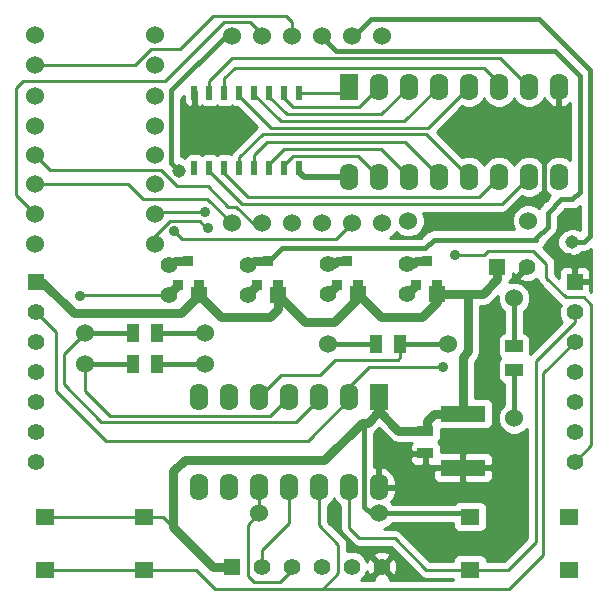
<source format=gtl>
G04 (created by PCBNEW-RS274X (2011-05-25)-stable) date Sun 14 Oct 2012 04:31:26 PM CDT*
G01*
G70*
G90*
%MOIN*%
G04 Gerber Fmt 3.4, Leading zero omitted, Abs format*
%FSLAX34Y34*%
G04 APERTURE LIST*
%ADD10C,0.006000*%
%ADD11R,0.036000X0.036000*%
%ADD12R,0.020000X0.045000*%
%ADD13R,0.055000X0.055000*%
%ADD14C,0.055000*%
%ADD15R,0.062000X0.090000*%
%ADD16O,0.062000X0.090000*%
%ADD17R,0.150000X0.055000*%
%ADD18C,0.060000*%
%ADD19R,0.063000X0.055100*%
%ADD20R,0.055000X0.035000*%
%ADD21R,0.040000X0.060000*%
%ADD22R,0.060000X0.040000*%
%ADD23C,0.035000*%
%ADD24C,0.045000*%
%ADD25C,0.010000*%
%ADD26C,0.018000*%
%ADD27C,0.030000*%
%ADD28C,0.015000*%
%ADD29C,0.020000*%
G04 APERTURE END LIST*
G54D10*
G54D11*
X06250Y-09100D03*
X05550Y-09100D03*
X05900Y-08300D03*
X08900Y-09100D03*
X08200Y-09100D03*
X08550Y-08300D03*
X11550Y-09100D03*
X10850Y-09100D03*
X11200Y-08300D03*
X14200Y-09100D03*
X13500Y-09100D03*
X13850Y-08300D03*
G54D12*
X09600Y-05200D03*
X08600Y-05200D03*
X08100Y-05200D03*
X07600Y-05200D03*
X07100Y-05200D03*
X06600Y-05200D03*
X06100Y-05200D03*
X06100Y-02700D03*
X06600Y-02700D03*
X07100Y-02700D03*
X07600Y-02700D03*
X08100Y-02700D03*
X08600Y-02700D03*
X09100Y-02700D03*
X09600Y-02700D03*
X09100Y-05200D03*
G54D13*
X16200Y-08500D03*
G54D14*
X17200Y-08500D03*
G54D15*
X12250Y-12850D03*
G54D16*
X11250Y-12850D03*
X10250Y-12850D03*
X09250Y-12850D03*
X08250Y-12850D03*
X07250Y-12850D03*
X06250Y-12850D03*
X06250Y-15850D03*
X07250Y-15850D03*
X08250Y-15850D03*
X09250Y-15850D03*
X10250Y-15850D03*
X11250Y-15850D03*
X12250Y-15850D03*
G54D17*
X15050Y-13400D03*
X15050Y-15200D03*
G54D18*
X07343Y-07062D03*
X08343Y-07062D03*
X09343Y-07062D03*
X10343Y-07062D03*
X11343Y-07062D03*
X12343Y-07062D03*
X07343Y-00812D03*
X08343Y-00812D03*
X09343Y-00812D03*
X10343Y-00812D03*
X11343Y-00812D03*
X12343Y-00812D03*
X13225Y-06975D03*
X17225Y-06975D03*
X12250Y-16725D03*
X08250Y-16725D03*
G54D19*
X18583Y-16831D03*
X15275Y-16831D03*
X18583Y-18603D03*
X15275Y-18603D03*
X04410Y-16831D03*
X01102Y-16831D03*
X04410Y-18603D03*
X01102Y-18603D03*
G54D13*
X00825Y-09000D03*
G54D14*
X00825Y-10000D03*
X00825Y-11000D03*
X00825Y-12000D03*
X00825Y-13000D03*
X00825Y-14000D03*
X00825Y-15000D03*
G54D13*
X18775Y-09000D03*
G54D14*
X18775Y-10000D03*
X18775Y-11000D03*
X18775Y-12000D03*
X18775Y-13000D03*
X18775Y-14000D03*
X18775Y-15000D03*
G54D20*
X13800Y-13975D03*
X13800Y-14725D03*
G54D13*
X07343Y-18504D03*
G54D14*
X08343Y-18504D03*
X09343Y-18504D03*
X10343Y-18504D03*
X11343Y-18504D03*
X12343Y-18504D03*
G54D18*
X06450Y-10700D03*
X02450Y-10700D03*
G54D21*
X04850Y-10700D03*
X04050Y-10700D03*
G54D18*
X06450Y-11750D03*
X02450Y-11750D03*
G54D21*
X04850Y-11750D03*
X04050Y-11750D03*
G54D18*
X10550Y-11075D03*
X14550Y-11075D03*
G54D21*
X12150Y-11075D03*
X12950Y-11075D03*
G54D18*
X16750Y-09550D03*
X16750Y-13550D03*
G54D22*
X16750Y-11150D03*
X16750Y-11950D03*
G54D13*
X06250Y-09450D03*
G54D14*
X05250Y-09450D03*
X05250Y-08450D03*
G54D13*
X08900Y-09450D03*
G54D14*
X07900Y-09450D03*
X07900Y-08450D03*
G54D13*
X11550Y-09400D03*
G54D14*
X10550Y-09400D03*
X10550Y-08400D03*
G54D13*
X14200Y-09400D03*
G54D14*
X13200Y-09400D03*
X13200Y-08400D03*
G54D15*
X11250Y-02500D03*
G54D16*
X12250Y-02500D03*
X13250Y-02500D03*
X14250Y-02500D03*
X15250Y-02500D03*
X16250Y-02500D03*
X17250Y-02500D03*
X18250Y-02500D03*
X18250Y-05500D03*
X17250Y-05500D03*
X16250Y-05500D03*
X15250Y-05500D03*
X14250Y-05500D03*
X13250Y-05500D03*
X12250Y-05500D03*
X11250Y-05500D03*
G54D18*
X00775Y-06750D03*
X04775Y-06750D03*
X00800Y-02800D03*
X04800Y-02800D03*
X00800Y-03800D03*
X04800Y-03800D03*
X00775Y-04775D03*
X04775Y-04775D03*
X00800Y-05750D03*
X04800Y-05750D03*
X00789Y-01775D03*
X04789Y-01775D03*
X00775Y-00775D03*
X04775Y-00775D03*
X00800Y-07750D03*
X04800Y-07750D03*
G54D23*
X06450Y-06675D03*
G54D24*
X05575Y-05300D03*
X18675Y-07675D03*
G54D23*
X14800Y-08100D03*
X06550Y-07200D03*
X14400Y-11850D03*
G54D24*
X15875Y-11150D03*
X15325Y-16100D03*
X13300Y-16125D03*
X17750Y-06175D03*
X18525Y-07125D03*
G54D23*
X07100Y-04600D03*
X05425Y-07325D03*
X02275Y-09475D03*
G54D25*
X06450Y-06675D02*
X04850Y-06675D01*
X04850Y-06675D02*
X04775Y-06750D01*
X09100Y-05200D02*
X09100Y-05100D01*
X11550Y-04800D02*
X12250Y-05500D01*
X09400Y-04800D02*
X11550Y-04800D01*
X09100Y-05100D02*
X09400Y-04800D01*
G54D26*
X07343Y-00812D02*
X07138Y-00812D01*
X05325Y-02775D02*
X05325Y-05050D01*
X05325Y-05050D02*
X05575Y-05300D01*
X05325Y-02625D02*
X05325Y-02775D01*
X07138Y-00812D02*
X05325Y-02625D01*
G54D27*
X05250Y-08450D02*
X05300Y-08450D01*
X05300Y-08450D02*
X05450Y-08300D01*
X05450Y-08300D02*
X05900Y-08300D01*
G54D26*
X17500Y-07600D02*
X17500Y-07550D01*
X17350Y-07600D02*
X17500Y-07600D01*
X18700Y-06250D02*
X18950Y-06000D01*
X18325Y-06250D02*
X18700Y-06250D01*
X17875Y-06700D02*
X18325Y-06250D01*
X17875Y-07175D02*
X17875Y-06700D01*
X17500Y-07550D02*
X17875Y-07175D01*
X18950Y-06000D02*
X18950Y-02150D01*
X10343Y-00843D02*
X10343Y-00812D01*
X10808Y-01308D02*
X10343Y-00843D01*
X18108Y-01308D02*
X10808Y-01308D01*
X18950Y-02150D02*
X18108Y-01308D01*
X13800Y-07875D02*
X14075Y-07600D01*
X14075Y-07600D02*
X17350Y-07600D01*
X17350Y-07600D02*
X17375Y-07600D01*
X09025Y-07875D02*
X13800Y-07875D01*
X08550Y-08300D02*
X08600Y-08300D01*
X08600Y-08300D02*
X09025Y-07875D01*
X09025Y-07875D02*
X09025Y-07875D01*
G54D27*
X07900Y-08450D02*
X07950Y-08450D01*
X08100Y-08300D02*
X08550Y-08300D01*
X07950Y-08450D02*
X08100Y-08300D01*
G54D26*
X19300Y-07075D02*
X19300Y-07475D01*
X11413Y-00812D02*
X11975Y-00250D01*
X11975Y-00250D02*
X17600Y-00250D01*
X17600Y-00250D02*
X19300Y-01950D01*
X19300Y-01950D02*
X19300Y-06850D01*
X11343Y-00812D02*
X11413Y-00812D01*
X19300Y-07075D02*
X19300Y-06850D01*
X19100Y-07675D02*
X18675Y-07675D01*
X19300Y-07475D02*
X19100Y-07675D01*
X18675Y-07675D02*
X18775Y-07600D01*
G54D27*
X10550Y-08400D02*
X10750Y-08400D01*
X10850Y-08300D02*
X11200Y-08300D01*
X10750Y-08400D02*
X10850Y-08300D01*
X13200Y-08400D02*
X13400Y-08400D01*
X13500Y-08300D02*
X13850Y-08300D01*
X13400Y-08400D02*
X13500Y-08300D01*
G54D25*
X09600Y-02700D02*
X11050Y-02700D01*
X11050Y-02700D02*
X11250Y-02500D01*
X09100Y-02700D02*
X09100Y-02875D01*
X11575Y-03175D02*
X12250Y-02500D01*
X09400Y-03175D02*
X11575Y-03175D01*
X09100Y-02875D02*
X09400Y-03175D01*
X06600Y-05200D02*
X06600Y-05300D01*
X16350Y-06400D02*
X17250Y-05500D01*
X07700Y-06400D02*
X16350Y-06400D01*
X06600Y-05300D02*
X07700Y-06400D01*
X08600Y-02700D02*
X08600Y-02850D01*
X12325Y-03425D02*
X13250Y-02500D01*
X09175Y-03425D02*
X12325Y-03425D01*
X08600Y-02850D02*
X09175Y-03425D01*
X18475Y-09525D02*
X19075Y-09525D01*
X17825Y-08875D02*
X18475Y-09525D01*
X14800Y-08100D02*
X15750Y-08100D01*
X19325Y-14450D02*
X18775Y-15000D01*
X15750Y-08100D02*
X15875Y-07975D01*
X15875Y-07975D02*
X17400Y-07975D01*
X17400Y-07975D02*
X17825Y-08400D01*
X17825Y-08400D02*
X17825Y-08875D01*
X19325Y-09775D02*
X19325Y-14450D01*
X19075Y-09525D02*
X19325Y-09775D01*
X08600Y-05200D02*
X08600Y-05075D01*
X08600Y-05075D02*
X09100Y-04575D01*
X09100Y-04575D02*
X12325Y-04575D01*
X12325Y-04575D02*
X13250Y-05500D01*
X10250Y-12850D02*
X10250Y-12900D01*
X01750Y-11400D02*
X02450Y-10700D01*
X01750Y-12425D02*
X01750Y-11400D01*
X03000Y-13675D02*
X01750Y-12425D01*
X09475Y-13675D02*
X03000Y-13675D01*
X10250Y-12900D02*
X09475Y-13675D01*
G54D28*
X04050Y-10700D02*
X02450Y-10700D01*
G54D25*
X02450Y-11750D02*
X02450Y-12650D01*
X08627Y-13473D02*
X09250Y-12850D01*
X03273Y-13473D02*
X08627Y-13473D01*
X02450Y-12650D02*
X03273Y-13473D01*
G54D28*
X02450Y-11750D02*
X04050Y-11750D01*
G54D25*
X12950Y-11075D02*
X12950Y-11525D01*
X09000Y-12100D02*
X08250Y-12850D01*
X10300Y-12100D02*
X09000Y-12100D01*
X10800Y-11600D02*
X10300Y-12100D01*
X12875Y-11600D02*
X10800Y-11600D01*
X12950Y-11525D02*
X12875Y-11600D01*
G54D28*
X12950Y-11075D02*
X14550Y-11075D01*
X16750Y-11950D02*
X16750Y-13550D01*
G54D25*
X04800Y-07475D02*
X05300Y-06975D01*
X05300Y-06975D02*
X06275Y-06975D01*
X06275Y-06975D02*
X06500Y-07200D01*
X06500Y-07200D02*
X06550Y-07200D01*
X04800Y-07475D02*
X04800Y-07750D01*
X06600Y-02700D02*
X06600Y-02300D01*
X06600Y-02300D02*
X07350Y-01550D01*
X07350Y-01550D02*
X16300Y-01550D01*
X16300Y-01550D02*
X17250Y-02500D01*
X08100Y-02700D02*
X08100Y-02775D01*
X08100Y-02775D02*
X08975Y-03650D01*
X08975Y-03650D02*
X13100Y-03650D01*
X13100Y-03650D02*
X14250Y-02500D01*
X14250Y-05500D02*
X14250Y-05475D01*
X08100Y-04775D02*
X08100Y-05200D01*
X08525Y-04350D02*
X08100Y-04775D01*
X13125Y-04350D02*
X08525Y-04350D01*
X14250Y-05475D02*
X13125Y-04350D01*
X07600Y-02700D02*
X07600Y-02825D01*
X07600Y-02825D02*
X08650Y-03875D01*
X08650Y-03875D02*
X13875Y-03875D01*
X13875Y-03875D02*
X15250Y-02500D01*
X16250Y-02500D02*
X16250Y-02375D01*
X16250Y-02375D02*
X15750Y-01875D01*
X15750Y-01875D02*
X07450Y-01875D01*
X07450Y-01875D02*
X07100Y-02225D01*
X07100Y-02225D02*
X07100Y-02700D01*
X11250Y-12850D02*
X11250Y-12525D01*
X11925Y-11850D02*
X14400Y-11850D01*
X11250Y-12525D02*
X11925Y-11850D01*
X11250Y-12850D02*
X11250Y-12925D01*
X01500Y-10675D02*
X00825Y-10000D01*
X01500Y-12650D02*
X01500Y-10675D01*
X03150Y-14300D02*
X01500Y-12650D01*
X09875Y-14300D02*
X03150Y-14300D01*
X11250Y-12925D02*
X09875Y-14300D01*
X07600Y-05200D02*
X07600Y-04850D01*
X07600Y-04850D02*
X08373Y-04077D01*
X08373Y-04077D02*
X13827Y-04077D01*
X13827Y-04077D02*
X15250Y-05500D01*
X18775Y-10000D02*
X18775Y-10350D01*
X16547Y-18603D02*
X15275Y-18603D01*
X17475Y-17675D02*
X16547Y-18603D01*
X17475Y-11650D02*
X17475Y-17675D01*
X18775Y-10350D02*
X17475Y-11650D01*
X15275Y-18603D02*
X13828Y-18603D01*
X11250Y-17200D02*
X11250Y-15850D01*
X11600Y-17550D02*
X11250Y-17200D01*
X12775Y-17550D02*
X11600Y-17550D01*
X13828Y-18603D02*
X12775Y-17550D01*
X01102Y-18603D02*
X04410Y-18603D01*
X10375Y-19250D02*
X16575Y-19250D01*
X17725Y-12050D02*
X18775Y-11000D01*
X17725Y-18100D02*
X17725Y-12050D01*
X16575Y-19250D02*
X17725Y-18100D01*
X06150Y-18603D02*
X06153Y-18603D01*
X06153Y-18603D02*
X06800Y-19250D01*
X10250Y-17125D02*
X10250Y-15850D01*
X10900Y-17775D02*
X10250Y-17125D01*
X10900Y-18725D02*
X10900Y-17775D01*
X10375Y-19250D02*
X10900Y-18725D01*
X06800Y-19250D02*
X10375Y-19250D01*
X04410Y-18603D02*
X06150Y-18603D01*
X08250Y-16725D02*
X08250Y-15850D01*
X09343Y-18504D02*
X09343Y-18607D01*
X07875Y-17100D02*
X08250Y-16725D01*
X07875Y-18800D02*
X07875Y-17100D01*
X08075Y-19000D02*
X07875Y-18800D01*
X08950Y-19000D02*
X08075Y-19000D01*
X09343Y-18607D02*
X08950Y-19000D01*
X07900Y-06175D02*
X15575Y-06175D01*
X07100Y-05200D02*
X07100Y-05375D01*
X15575Y-06175D02*
X16250Y-05500D01*
X07100Y-05375D02*
X07900Y-06175D01*
X08343Y-18504D02*
X08343Y-17957D01*
X08343Y-17957D02*
X09250Y-17050D01*
X09250Y-17050D02*
X09250Y-15850D01*
G54D27*
X13325Y-16100D02*
X15325Y-16100D01*
X13300Y-16125D02*
X13325Y-16100D01*
G54D28*
X18377Y-08100D02*
X18600Y-08100D01*
X18525Y-07125D02*
X18150Y-07500D01*
X18150Y-07500D02*
X18150Y-07873D01*
X18150Y-07873D02*
X18377Y-08100D01*
X18250Y-02500D02*
X18250Y-04100D01*
X18250Y-04100D02*
X17750Y-04600D01*
X17750Y-04600D02*
X17750Y-06050D01*
X17750Y-06050D02*
X17750Y-06175D01*
X18775Y-08275D02*
X18775Y-09000D01*
X18600Y-08100D02*
X18775Y-08275D01*
G54D25*
X07100Y-04600D02*
X07100Y-04675D01*
X05750Y-07575D02*
X10830Y-07575D01*
X11343Y-07062D02*
X10830Y-07575D01*
X05675Y-07575D02*
X05750Y-07575D01*
X05425Y-07325D02*
X05675Y-07575D01*
X00800Y-05750D02*
X03900Y-05750D01*
X06531Y-06250D02*
X07343Y-07062D01*
X04400Y-06250D02*
X06531Y-06250D01*
X03900Y-05750D02*
X04400Y-06250D01*
X04650Y-01250D02*
X05625Y-01250D01*
X04125Y-01775D02*
X04650Y-01250D01*
X00789Y-01775D02*
X04125Y-01775D01*
X06725Y-00150D02*
X09150Y-00150D01*
X09150Y-00150D02*
X09343Y-00343D01*
X09343Y-00343D02*
X09343Y-00812D01*
X05625Y-01250D02*
X06725Y-00150D01*
X02300Y-09450D02*
X05250Y-09450D01*
X02275Y-09475D02*
X02300Y-09450D01*
G54D28*
X04850Y-10700D02*
X06450Y-10700D01*
G54D27*
X05250Y-09450D02*
X05250Y-09400D01*
X05250Y-09400D02*
X05550Y-09100D01*
G54D28*
X04850Y-11750D02*
X06450Y-11750D01*
G54D27*
X07900Y-09450D02*
X07900Y-09400D01*
X07900Y-09400D02*
X08200Y-09100D01*
G54D28*
X10550Y-11075D02*
X12150Y-11075D01*
G54D27*
X10550Y-09400D02*
X10850Y-09100D01*
G54D28*
X16750Y-11150D02*
X16750Y-09550D01*
G54D27*
X13200Y-09400D02*
X13500Y-09100D01*
G54D25*
X00150Y-03700D02*
X00150Y-02550D01*
X08343Y-00745D02*
X07950Y-00352D01*
X07950Y-00352D02*
X07098Y-00352D01*
X07098Y-00352D02*
X05125Y-02325D01*
X05125Y-02325D02*
X01650Y-02325D01*
X00775Y-06750D02*
X00150Y-06125D01*
X00150Y-03700D02*
X00150Y-06125D01*
X08343Y-00745D02*
X08343Y-00812D01*
X00375Y-02325D02*
X01650Y-02325D01*
X00150Y-02550D02*
X00375Y-02325D01*
X00775Y-06750D02*
X01025Y-06750D01*
X08343Y-07062D02*
X08062Y-07062D01*
X01275Y-05275D02*
X00775Y-04775D01*
X04975Y-05275D02*
X01275Y-05275D01*
X05525Y-05825D02*
X04975Y-05275D01*
X06550Y-05825D02*
X05525Y-05825D01*
X07225Y-06500D02*
X06550Y-05825D01*
X07500Y-06500D02*
X07225Y-06500D01*
X08062Y-07062D02*
X07500Y-06500D01*
G54D28*
X12250Y-16725D02*
X11975Y-16725D01*
X11750Y-13725D02*
X11775Y-13700D01*
X11750Y-16500D02*
X11750Y-13725D01*
X11975Y-16725D02*
X11750Y-16500D01*
X12250Y-16725D02*
X15169Y-16725D01*
X15169Y-16725D02*
X15275Y-16831D01*
G54D25*
X04410Y-16831D02*
X05056Y-16831D01*
X05056Y-16831D02*
X05400Y-17175D01*
G54D27*
X11675Y-13700D02*
X11775Y-13700D01*
X10425Y-14950D02*
X11675Y-13700D01*
X05775Y-14950D02*
X10425Y-14950D01*
X05400Y-15325D02*
X05775Y-14950D01*
X05400Y-17175D02*
X05400Y-15325D01*
X11775Y-13700D02*
X11875Y-13700D01*
X11875Y-13700D02*
X12250Y-13325D01*
X06729Y-18504D02*
X05400Y-17175D01*
X07343Y-18504D02*
X06729Y-18504D01*
G54D25*
X01102Y-16831D02*
X04410Y-16831D01*
G54D27*
X00825Y-09000D02*
X01025Y-09000D01*
X05650Y-10050D02*
X06250Y-09450D01*
X02075Y-10050D02*
X05650Y-10050D01*
X01025Y-09000D02*
X02075Y-10050D01*
X08900Y-09450D02*
X08900Y-09900D01*
X08900Y-09900D02*
X08625Y-10175D01*
X08625Y-10175D02*
X06975Y-10175D01*
X06975Y-10175D02*
X06250Y-09450D01*
X15050Y-13400D02*
X15050Y-11500D01*
X15225Y-11325D02*
X15225Y-09400D01*
X15050Y-11500D02*
X15225Y-11325D01*
X11550Y-09400D02*
X11550Y-09550D01*
X09800Y-10350D02*
X08900Y-09450D01*
X10750Y-10350D02*
X09800Y-10350D01*
X11550Y-09550D02*
X10750Y-10350D01*
X14200Y-09400D02*
X14200Y-09675D01*
X12325Y-10175D02*
X11550Y-09400D01*
X13700Y-10175D02*
X12325Y-10175D01*
X14200Y-09675D02*
X13700Y-10175D01*
X16200Y-08500D02*
X16200Y-08925D01*
X16200Y-08925D02*
X15725Y-09400D01*
X15725Y-09400D02*
X15225Y-09400D01*
X15225Y-09400D02*
X14200Y-09400D01*
G54D29*
X09600Y-05200D02*
X09600Y-05350D01*
X09600Y-05350D02*
X09750Y-05500D01*
X09750Y-05500D02*
X11250Y-05500D01*
G54D27*
X14200Y-09400D02*
X14200Y-09100D01*
X11550Y-09400D02*
X11550Y-09100D01*
X08900Y-09450D02*
X08900Y-09100D01*
X06250Y-09450D02*
X06250Y-09100D01*
X12250Y-12850D02*
X12250Y-13325D01*
X12900Y-13975D02*
X13800Y-13975D01*
X12250Y-13325D02*
X12900Y-13975D01*
X13800Y-13975D02*
X13850Y-13925D01*
X13850Y-13925D02*
X13850Y-13650D01*
X13850Y-13650D02*
X14100Y-13400D01*
X14100Y-13400D02*
X15050Y-13400D01*
G54D10*
G36*
X08193Y-03842D02*
X08161Y-03865D01*
X07388Y-04638D01*
X07323Y-04735D01*
X07319Y-04754D01*
X07250Y-04726D01*
X07151Y-04726D01*
X06951Y-04726D01*
X06859Y-04764D01*
X06850Y-04773D01*
X06841Y-04764D01*
X06750Y-04726D01*
X06651Y-04726D01*
X06451Y-04726D01*
X06359Y-04764D01*
X06350Y-04773D01*
X06341Y-04764D01*
X06250Y-04726D01*
X06151Y-04726D01*
X05951Y-04726D01*
X05859Y-04764D01*
X05789Y-04834D01*
X05774Y-04868D01*
X05670Y-04825D01*
X05665Y-04825D01*
X05665Y-02915D01*
X05750Y-02829D01*
X05751Y-02876D01*
X05751Y-02975D01*
X05789Y-03066D01*
X05859Y-03136D01*
X05951Y-03174D01*
X05988Y-03175D01*
X06050Y-03113D01*
X06050Y-02800D01*
X06050Y-02750D01*
X06050Y-02650D01*
X06150Y-02650D01*
X06150Y-02750D01*
X06150Y-02800D01*
X06150Y-03113D01*
X06212Y-03175D01*
X06249Y-03174D01*
X06341Y-03136D01*
X06350Y-03127D01*
X06359Y-03136D01*
X06450Y-03174D01*
X06549Y-03174D01*
X06749Y-03174D01*
X06841Y-03136D01*
X06850Y-03127D01*
X06859Y-03136D01*
X06950Y-03174D01*
X07049Y-03174D01*
X07249Y-03174D01*
X07341Y-03136D01*
X07350Y-03127D01*
X07359Y-03136D01*
X07450Y-03174D01*
X07525Y-03174D01*
X08193Y-03842D01*
X08193Y-03842D01*
G37*
G54D25*
X08193Y-03842D02*
X08161Y-03865D01*
X07388Y-04638D01*
X07323Y-04735D01*
X07319Y-04754D01*
X07250Y-04726D01*
X07151Y-04726D01*
X06951Y-04726D01*
X06859Y-04764D01*
X06850Y-04773D01*
X06841Y-04764D01*
X06750Y-04726D01*
X06651Y-04726D01*
X06451Y-04726D01*
X06359Y-04764D01*
X06350Y-04773D01*
X06341Y-04764D01*
X06250Y-04726D01*
X06151Y-04726D01*
X05951Y-04726D01*
X05859Y-04764D01*
X05789Y-04834D01*
X05774Y-04868D01*
X05670Y-04825D01*
X05665Y-04825D01*
X05665Y-02915D01*
X05750Y-02829D01*
X05751Y-02876D01*
X05751Y-02975D01*
X05789Y-03066D01*
X05859Y-03136D01*
X05951Y-03174D01*
X05988Y-03175D01*
X06050Y-03113D01*
X06050Y-02800D01*
X06050Y-02750D01*
X06050Y-02650D01*
X06150Y-02650D01*
X06150Y-02750D01*
X06150Y-02800D01*
X06150Y-03113D01*
X06212Y-03175D01*
X06249Y-03174D01*
X06341Y-03136D01*
X06350Y-03127D01*
X06359Y-03136D01*
X06450Y-03174D01*
X06549Y-03174D01*
X06749Y-03174D01*
X06841Y-03136D01*
X06850Y-03127D01*
X06859Y-03136D01*
X06950Y-03174D01*
X07049Y-03174D01*
X07249Y-03174D01*
X07341Y-03136D01*
X07350Y-03127D01*
X07359Y-03136D01*
X07450Y-03174D01*
X07525Y-03174D01*
X08193Y-03842D01*
G54D10*
G36*
X14720Y-18950D02*
X12862Y-18950D01*
X12862Y-18578D01*
X12851Y-18374D01*
X12795Y-18237D01*
X12704Y-18214D01*
X12633Y-18285D01*
X12633Y-18143D01*
X12610Y-18052D01*
X12417Y-17985D01*
X12213Y-17996D01*
X12076Y-18052D01*
X12053Y-18143D01*
X12343Y-18433D01*
X12633Y-18143D01*
X12633Y-18285D01*
X12414Y-18504D01*
X12704Y-18794D01*
X12795Y-18771D01*
X12862Y-18578D01*
X12862Y-18950D01*
X12611Y-18950D01*
X12633Y-18865D01*
X12343Y-18575D01*
X12053Y-18865D01*
X12074Y-18950D01*
X11637Y-18950D01*
X11640Y-18949D01*
X11788Y-18802D01*
X11846Y-18661D01*
X11891Y-18771D01*
X11982Y-18794D01*
X12272Y-18504D01*
X11982Y-18214D01*
X11891Y-18237D01*
X11849Y-18355D01*
X11788Y-18207D01*
X11641Y-18059D01*
X11448Y-17979D01*
X11239Y-17979D01*
X11200Y-17995D01*
X11200Y-17775D01*
X11177Y-17660D01*
X11112Y-17563D01*
X10550Y-17001D01*
X10550Y-16472D01*
X10561Y-16468D01*
X10715Y-16314D01*
X10750Y-16229D01*
X10785Y-16314D01*
X10939Y-16468D01*
X10950Y-16472D01*
X10950Y-17200D01*
X10973Y-17315D01*
X11038Y-17412D01*
X11387Y-17761D01*
X11388Y-17762D01*
X11485Y-17827D01*
X11599Y-17849D01*
X11600Y-17850D01*
X12651Y-17850D01*
X13616Y-18815D01*
X13713Y-18880D01*
X13828Y-18903D01*
X14711Y-18903D01*
X14711Y-18927D01*
X14720Y-18950D01*
X14720Y-18950D01*
G37*
G54D25*
X14720Y-18950D02*
X12862Y-18950D01*
X12862Y-18578D01*
X12851Y-18374D01*
X12795Y-18237D01*
X12704Y-18214D01*
X12633Y-18285D01*
X12633Y-18143D01*
X12610Y-18052D01*
X12417Y-17985D01*
X12213Y-17996D01*
X12076Y-18052D01*
X12053Y-18143D01*
X12343Y-18433D01*
X12633Y-18143D01*
X12633Y-18285D01*
X12414Y-18504D01*
X12704Y-18794D01*
X12795Y-18771D01*
X12862Y-18578D01*
X12862Y-18950D01*
X12611Y-18950D01*
X12633Y-18865D01*
X12343Y-18575D01*
X12053Y-18865D01*
X12074Y-18950D01*
X11637Y-18950D01*
X11640Y-18949D01*
X11788Y-18802D01*
X11846Y-18661D01*
X11891Y-18771D01*
X11982Y-18794D01*
X12272Y-18504D01*
X11982Y-18214D01*
X11891Y-18237D01*
X11849Y-18355D01*
X11788Y-18207D01*
X11641Y-18059D01*
X11448Y-17979D01*
X11239Y-17979D01*
X11200Y-17995D01*
X11200Y-17775D01*
X11177Y-17660D01*
X11112Y-17563D01*
X10550Y-17001D01*
X10550Y-16472D01*
X10561Y-16468D01*
X10715Y-16314D01*
X10750Y-16229D01*
X10785Y-16314D01*
X10939Y-16468D01*
X10950Y-16472D01*
X10950Y-17200D01*
X10973Y-17315D01*
X11038Y-17412D01*
X11387Y-17761D01*
X11388Y-17762D01*
X11485Y-17827D01*
X11599Y-17849D01*
X11600Y-17850D01*
X12651Y-17850D01*
X13616Y-18815D01*
X13713Y-18880D01*
X13828Y-18903D01*
X14711Y-18903D01*
X14711Y-18927D01*
X14720Y-18950D01*
G54D10*
G36*
X17175Y-17551D02*
X16423Y-18303D01*
X16050Y-18303D01*
X16050Y-15312D01*
X16050Y-15088D01*
X16049Y-14876D01*
X16011Y-14784D01*
X15941Y-14714D01*
X15850Y-14676D01*
X15751Y-14676D01*
X15162Y-14675D01*
X15100Y-14737D01*
X15100Y-15150D01*
X15988Y-15150D01*
X16050Y-15088D01*
X16050Y-15312D01*
X15988Y-15250D01*
X15100Y-15250D01*
X15100Y-15663D01*
X15162Y-15725D01*
X15751Y-15724D01*
X15850Y-15724D01*
X15941Y-15686D01*
X16011Y-15616D01*
X16049Y-15524D01*
X16050Y-15312D01*
X16050Y-18303D01*
X15839Y-18303D01*
X15839Y-18279D01*
X15801Y-18187D01*
X15731Y-18117D01*
X15640Y-18079D01*
X15541Y-18079D01*
X14911Y-18079D01*
X14819Y-18117D01*
X14749Y-18187D01*
X14711Y-18278D01*
X14711Y-18303D01*
X13952Y-18303D01*
X12987Y-17338D01*
X12890Y-17273D01*
X12775Y-17250D01*
X12416Y-17250D01*
X12561Y-17190D01*
X12701Y-17050D01*
X14711Y-17050D01*
X14711Y-17155D01*
X14749Y-17247D01*
X14819Y-17317D01*
X14910Y-17355D01*
X15009Y-17355D01*
X15639Y-17355D01*
X15731Y-17317D01*
X15801Y-17247D01*
X15839Y-17156D01*
X15839Y-17057D01*
X15839Y-16507D01*
X15801Y-16415D01*
X15731Y-16345D01*
X15640Y-16307D01*
X15541Y-16307D01*
X15000Y-16307D01*
X15000Y-15663D01*
X15000Y-15250D01*
X14112Y-15250D01*
X14050Y-15312D01*
X14051Y-15524D01*
X14089Y-15616D01*
X14159Y-15686D01*
X14250Y-15724D01*
X14349Y-15724D01*
X14938Y-15725D01*
X15000Y-15663D01*
X15000Y-16307D01*
X14911Y-16307D01*
X14819Y-16345D01*
X14764Y-16400D01*
X13750Y-16400D01*
X13750Y-15088D01*
X13750Y-14775D01*
X13337Y-14775D01*
X13275Y-14837D01*
X13276Y-14949D01*
X13314Y-15041D01*
X13384Y-15111D01*
X13475Y-15149D01*
X13574Y-15149D01*
X13688Y-15150D01*
X13750Y-15088D01*
X13750Y-16400D01*
X12701Y-16400D01*
X12660Y-16359D01*
X12760Y-16223D01*
X12810Y-16010D01*
X12810Y-15900D01*
X12810Y-15800D01*
X12810Y-15690D01*
X12760Y-15477D01*
X12632Y-15300D01*
X12446Y-15185D01*
X12387Y-15168D01*
X12300Y-15215D01*
X12300Y-15800D01*
X12810Y-15800D01*
X12810Y-15900D01*
X12350Y-15900D01*
X12300Y-15900D01*
X12200Y-15900D01*
X12200Y-15800D01*
X12200Y-15750D01*
X12200Y-15215D01*
X12113Y-15168D01*
X12075Y-15178D01*
X12075Y-14038D01*
X12158Y-13983D01*
X12250Y-13891D01*
X12617Y-14258D01*
X12746Y-14345D01*
X12747Y-14345D01*
X12900Y-14375D01*
X13348Y-14375D01*
X13314Y-14409D01*
X13276Y-14501D01*
X13275Y-14613D01*
X13337Y-14675D01*
X13700Y-14675D01*
X13750Y-14675D01*
X13850Y-14675D01*
X13850Y-14775D01*
X13850Y-14825D01*
X13850Y-15088D01*
X13912Y-15150D01*
X14026Y-15149D01*
X14111Y-15149D01*
X14112Y-15150D01*
X15000Y-15150D01*
X15000Y-14737D01*
X14938Y-14675D01*
X14349Y-14676D01*
X14325Y-14676D01*
X14325Y-14625D01*
X14313Y-14625D01*
X14325Y-14613D01*
X14324Y-14501D01*
X14286Y-14409D01*
X14227Y-14350D01*
X14286Y-14291D01*
X14324Y-14200D01*
X14324Y-14101D01*
X14324Y-13924D01*
X14349Y-13924D01*
X15849Y-13924D01*
X15941Y-13886D01*
X16011Y-13816D01*
X16049Y-13725D01*
X16049Y-13626D01*
X16049Y-13076D01*
X16011Y-12984D01*
X15941Y-12914D01*
X15850Y-12876D01*
X15751Y-12876D01*
X15450Y-12876D01*
X15450Y-11665D01*
X15505Y-11610D01*
X15507Y-11608D01*
X15508Y-11608D01*
X15594Y-11479D01*
X15595Y-11478D01*
X15625Y-11325D01*
X15625Y-09800D01*
X15725Y-09800D01*
X15878Y-09770D01*
X16008Y-09683D01*
X16201Y-09489D01*
X16201Y-09659D01*
X16285Y-09861D01*
X16425Y-10001D01*
X16425Y-10701D01*
X16401Y-10701D01*
X16309Y-10739D01*
X16239Y-10809D01*
X16201Y-10900D01*
X16201Y-10999D01*
X16201Y-11399D01*
X16239Y-11491D01*
X16298Y-11550D01*
X16239Y-11609D01*
X16201Y-11700D01*
X16201Y-11799D01*
X16201Y-12199D01*
X16239Y-12291D01*
X16309Y-12361D01*
X16400Y-12399D01*
X16425Y-12399D01*
X16425Y-13099D01*
X16285Y-13239D01*
X16201Y-13441D01*
X16201Y-13659D01*
X16285Y-13861D01*
X16439Y-14015D01*
X16641Y-14099D01*
X16859Y-14099D01*
X17061Y-14015D01*
X17175Y-13901D01*
X17175Y-17551D01*
X17175Y-17551D01*
G37*
G54D25*
X17175Y-17551D02*
X16423Y-18303D01*
X16050Y-18303D01*
X16050Y-15312D01*
X16050Y-15088D01*
X16049Y-14876D01*
X16011Y-14784D01*
X15941Y-14714D01*
X15850Y-14676D01*
X15751Y-14676D01*
X15162Y-14675D01*
X15100Y-14737D01*
X15100Y-15150D01*
X15988Y-15150D01*
X16050Y-15088D01*
X16050Y-15312D01*
X15988Y-15250D01*
X15100Y-15250D01*
X15100Y-15663D01*
X15162Y-15725D01*
X15751Y-15724D01*
X15850Y-15724D01*
X15941Y-15686D01*
X16011Y-15616D01*
X16049Y-15524D01*
X16050Y-15312D01*
X16050Y-18303D01*
X15839Y-18303D01*
X15839Y-18279D01*
X15801Y-18187D01*
X15731Y-18117D01*
X15640Y-18079D01*
X15541Y-18079D01*
X14911Y-18079D01*
X14819Y-18117D01*
X14749Y-18187D01*
X14711Y-18278D01*
X14711Y-18303D01*
X13952Y-18303D01*
X12987Y-17338D01*
X12890Y-17273D01*
X12775Y-17250D01*
X12416Y-17250D01*
X12561Y-17190D01*
X12701Y-17050D01*
X14711Y-17050D01*
X14711Y-17155D01*
X14749Y-17247D01*
X14819Y-17317D01*
X14910Y-17355D01*
X15009Y-17355D01*
X15639Y-17355D01*
X15731Y-17317D01*
X15801Y-17247D01*
X15839Y-17156D01*
X15839Y-17057D01*
X15839Y-16507D01*
X15801Y-16415D01*
X15731Y-16345D01*
X15640Y-16307D01*
X15541Y-16307D01*
X15000Y-16307D01*
X15000Y-15663D01*
X15000Y-15250D01*
X14112Y-15250D01*
X14050Y-15312D01*
X14051Y-15524D01*
X14089Y-15616D01*
X14159Y-15686D01*
X14250Y-15724D01*
X14349Y-15724D01*
X14938Y-15725D01*
X15000Y-15663D01*
X15000Y-16307D01*
X14911Y-16307D01*
X14819Y-16345D01*
X14764Y-16400D01*
X13750Y-16400D01*
X13750Y-15088D01*
X13750Y-14775D01*
X13337Y-14775D01*
X13275Y-14837D01*
X13276Y-14949D01*
X13314Y-15041D01*
X13384Y-15111D01*
X13475Y-15149D01*
X13574Y-15149D01*
X13688Y-15150D01*
X13750Y-15088D01*
X13750Y-16400D01*
X12701Y-16400D01*
X12660Y-16359D01*
X12760Y-16223D01*
X12810Y-16010D01*
X12810Y-15900D01*
X12810Y-15800D01*
X12810Y-15690D01*
X12760Y-15477D01*
X12632Y-15300D01*
X12446Y-15185D01*
X12387Y-15168D01*
X12300Y-15215D01*
X12300Y-15800D01*
X12810Y-15800D01*
X12810Y-15900D01*
X12350Y-15900D01*
X12300Y-15900D01*
X12200Y-15900D01*
X12200Y-15800D01*
X12200Y-15750D01*
X12200Y-15215D01*
X12113Y-15168D01*
X12075Y-15178D01*
X12075Y-14038D01*
X12158Y-13983D01*
X12250Y-13891D01*
X12617Y-14258D01*
X12746Y-14345D01*
X12747Y-14345D01*
X12900Y-14375D01*
X13348Y-14375D01*
X13314Y-14409D01*
X13276Y-14501D01*
X13275Y-14613D01*
X13337Y-14675D01*
X13700Y-14675D01*
X13750Y-14675D01*
X13850Y-14675D01*
X13850Y-14775D01*
X13850Y-14825D01*
X13850Y-15088D01*
X13912Y-15150D01*
X14026Y-15149D01*
X14111Y-15149D01*
X14112Y-15150D01*
X15000Y-15150D01*
X15000Y-14737D01*
X14938Y-14675D01*
X14349Y-14676D01*
X14325Y-14676D01*
X14325Y-14625D01*
X14313Y-14625D01*
X14325Y-14613D01*
X14324Y-14501D01*
X14286Y-14409D01*
X14227Y-14350D01*
X14286Y-14291D01*
X14324Y-14200D01*
X14324Y-14101D01*
X14324Y-13924D01*
X14349Y-13924D01*
X15849Y-13924D01*
X15941Y-13886D01*
X16011Y-13816D01*
X16049Y-13725D01*
X16049Y-13626D01*
X16049Y-13076D01*
X16011Y-12984D01*
X15941Y-12914D01*
X15850Y-12876D01*
X15751Y-12876D01*
X15450Y-12876D01*
X15450Y-11665D01*
X15505Y-11610D01*
X15507Y-11608D01*
X15508Y-11608D01*
X15594Y-11479D01*
X15595Y-11478D01*
X15625Y-11325D01*
X15625Y-09800D01*
X15725Y-09800D01*
X15878Y-09770D01*
X16008Y-09683D01*
X16201Y-09489D01*
X16201Y-09659D01*
X16285Y-09861D01*
X16425Y-10001D01*
X16425Y-10701D01*
X16401Y-10701D01*
X16309Y-10739D01*
X16239Y-10809D01*
X16201Y-10900D01*
X16201Y-10999D01*
X16201Y-11399D01*
X16239Y-11491D01*
X16298Y-11550D01*
X16239Y-11609D01*
X16201Y-11700D01*
X16201Y-11799D01*
X16201Y-12199D01*
X16239Y-12291D01*
X16309Y-12361D01*
X16400Y-12399D01*
X16425Y-12399D01*
X16425Y-13099D01*
X16285Y-13239D01*
X16201Y-13441D01*
X16201Y-13659D01*
X16285Y-13861D01*
X16439Y-14015D01*
X16641Y-14099D01*
X16859Y-14099D01*
X17061Y-14015D01*
X17175Y-13901D01*
X17175Y-17551D01*
G54D10*
G36*
X17965Y-06128D02*
X17635Y-06460D01*
X17575Y-06549D01*
X17536Y-06510D01*
X17334Y-06426D01*
X17116Y-06426D01*
X16914Y-06510D01*
X16760Y-06664D01*
X16676Y-06866D01*
X16676Y-07084D01*
X16749Y-07260D01*
X14075Y-07260D01*
X13945Y-07286D01*
X13908Y-07310D01*
X13834Y-07360D01*
X13659Y-07535D01*
X12634Y-07535D01*
X12654Y-07527D01*
X12808Y-07373D01*
X12819Y-07345D01*
X12914Y-07440D01*
X13116Y-07524D01*
X13334Y-07524D01*
X13536Y-07440D01*
X13690Y-07286D01*
X13774Y-07084D01*
X13774Y-06866D01*
X13704Y-06700D01*
X16350Y-06700D01*
X16465Y-06677D01*
X16562Y-06612D01*
X17021Y-06152D01*
X17141Y-06202D01*
X17359Y-06202D01*
X17561Y-06118D01*
X17715Y-05964D01*
X17750Y-05879D01*
X17785Y-05964D01*
X17939Y-06118D01*
X17965Y-06128D01*
X17965Y-06128D01*
G37*
G54D25*
X17965Y-06128D02*
X17635Y-06460D01*
X17575Y-06549D01*
X17536Y-06510D01*
X17334Y-06426D01*
X17116Y-06426D01*
X16914Y-06510D01*
X16760Y-06664D01*
X16676Y-06866D01*
X16676Y-07084D01*
X16749Y-07260D01*
X14075Y-07260D01*
X13945Y-07286D01*
X13908Y-07310D01*
X13834Y-07360D01*
X13659Y-07535D01*
X12634Y-07535D01*
X12654Y-07527D01*
X12808Y-07373D01*
X12819Y-07345D01*
X12914Y-07440D01*
X13116Y-07524D01*
X13334Y-07524D01*
X13536Y-07440D01*
X13690Y-07286D01*
X13774Y-07084D01*
X13774Y-06866D01*
X13704Y-06700D01*
X16350Y-06700D01*
X16465Y-06677D01*
X16562Y-06612D01*
X17021Y-06152D01*
X17141Y-06202D01*
X17359Y-06202D01*
X17561Y-06118D01*
X17715Y-05964D01*
X17750Y-05879D01*
X17785Y-05964D01*
X17939Y-06118D01*
X17965Y-06128D01*
G54D10*
G36*
X18366Y-10334D02*
X17490Y-11209D01*
X17299Y-11400D01*
X17299Y-11301D01*
X17299Y-10901D01*
X17261Y-10809D01*
X17191Y-10739D01*
X17100Y-10701D01*
X17075Y-10701D01*
X17075Y-10001D01*
X17215Y-09861D01*
X17299Y-09659D01*
X17299Y-09441D01*
X17215Y-09239D01*
X17061Y-09085D01*
X16859Y-09001D01*
X16641Y-09001D01*
X16580Y-09026D01*
X16585Y-08998D01*
X16616Y-08986D01*
X16686Y-08916D01*
X16724Y-08825D01*
X16724Y-08726D01*
X16724Y-08708D01*
X16748Y-08767D01*
X16839Y-08790D01*
X17094Y-08535D01*
X17129Y-08500D01*
X17200Y-08429D01*
X17271Y-08500D01*
X17200Y-08571D01*
X17165Y-08606D01*
X16910Y-08861D01*
X16933Y-08952D01*
X17126Y-09019D01*
X17330Y-09008D01*
X17467Y-08952D01*
X17475Y-08916D01*
X17490Y-08931D01*
X17507Y-08948D01*
X17534Y-08920D01*
X17548Y-08990D01*
X17613Y-09087D01*
X18263Y-09737D01*
X18304Y-09764D01*
X18250Y-09895D01*
X18250Y-10104D01*
X18330Y-10297D01*
X18366Y-10334D01*
X18366Y-10334D01*
G37*
G54D25*
X18366Y-10334D02*
X17490Y-11209D01*
X17299Y-11400D01*
X17299Y-11301D01*
X17299Y-10901D01*
X17261Y-10809D01*
X17191Y-10739D01*
X17100Y-10701D01*
X17075Y-10701D01*
X17075Y-10001D01*
X17215Y-09861D01*
X17299Y-09659D01*
X17299Y-09441D01*
X17215Y-09239D01*
X17061Y-09085D01*
X16859Y-09001D01*
X16641Y-09001D01*
X16580Y-09026D01*
X16585Y-08998D01*
X16616Y-08986D01*
X16686Y-08916D01*
X16724Y-08825D01*
X16724Y-08726D01*
X16724Y-08708D01*
X16748Y-08767D01*
X16839Y-08790D01*
X17094Y-08535D01*
X17129Y-08500D01*
X17200Y-08429D01*
X17271Y-08500D01*
X17200Y-08571D01*
X17165Y-08606D01*
X16910Y-08861D01*
X16933Y-08952D01*
X17126Y-09019D01*
X17330Y-09008D01*
X17467Y-08952D01*
X17475Y-08916D01*
X17490Y-08931D01*
X17507Y-08948D01*
X17534Y-08920D01*
X17548Y-08990D01*
X17613Y-09087D01*
X18263Y-09737D01*
X18304Y-09764D01*
X18250Y-09895D01*
X18250Y-10104D01*
X18330Y-10297D01*
X18366Y-10334D01*
G54D10*
G36*
X18610Y-04931D02*
X18561Y-04882D01*
X18359Y-04798D01*
X18141Y-04798D01*
X17939Y-04882D01*
X17785Y-05036D01*
X17750Y-05120D01*
X17715Y-05036D01*
X17561Y-04882D01*
X17359Y-04798D01*
X17141Y-04798D01*
X16939Y-04882D01*
X16785Y-05036D01*
X16750Y-05120D01*
X16715Y-05036D01*
X16561Y-04882D01*
X16359Y-04798D01*
X16141Y-04798D01*
X15939Y-04882D01*
X15785Y-05036D01*
X15750Y-05120D01*
X15715Y-05036D01*
X15561Y-04882D01*
X15359Y-04798D01*
X15141Y-04798D01*
X15021Y-04847D01*
X14174Y-04000D01*
X15022Y-03152D01*
X15141Y-03202D01*
X15359Y-03202D01*
X15561Y-03118D01*
X15715Y-02964D01*
X15750Y-02879D01*
X15785Y-02964D01*
X15939Y-03118D01*
X16141Y-03202D01*
X16359Y-03202D01*
X16561Y-03118D01*
X16715Y-02964D01*
X16750Y-02879D01*
X16785Y-02964D01*
X16939Y-03118D01*
X17141Y-03202D01*
X17359Y-03202D01*
X17561Y-03118D01*
X17715Y-02964D01*
X17748Y-02884D01*
X17868Y-03050D01*
X18054Y-03165D01*
X18113Y-03182D01*
X18200Y-03135D01*
X18200Y-02600D01*
X18200Y-02550D01*
X18200Y-02450D01*
X18300Y-02450D01*
X18300Y-02550D01*
X18300Y-02600D01*
X18300Y-03135D01*
X18387Y-03182D01*
X18446Y-03165D01*
X18610Y-03063D01*
X18610Y-04931D01*
X18610Y-04931D01*
G37*
G54D25*
X18610Y-04931D02*
X18561Y-04882D01*
X18359Y-04798D01*
X18141Y-04798D01*
X17939Y-04882D01*
X17785Y-05036D01*
X17750Y-05120D01*
X17715Y-05036D01*
X17561Y-04882D01*
X17359Y-04798D01*
X17141Y-04798D01*
X16939Y-04882D01*
X16785Y-05036D01*
X16750Y-05120D01*
X16715Y-05036D01*
X16561Y-04882D01*
X16359Y-04798D01*
X16141Y-04798D01*
X15939Y-04882D01*
X15785Y-05036D01*
X15750Y-05120D01*
X15715Y-05036D01*
X15561Y-04882D01*
X15359Y-04798D01*
X15141Y-04798D01*
X15021Y-04847D01*
X14174Y-04000D01*
X15022Y-03152D01*
X15141Y-03202D01*
X15359Y-03202D01*
X15561Y-03118D01*
X15715Y-02964D01*
X15750Y-02879D01*
X15785Y-02964D01*
X15939Y-03118D01*
X16141Y-03202D01*
X16359Y-03202D01*
X16561Y-03118D01*
X16715Y-02964D01*
X16750Y-02879D01*
X16785Y-02964D01*
X16939Y-03118D01*
X17141Y-03202D01*
X17359Y-03202D01*
X17561Y-03118D01*
X17715Y-02964D01*
X17748Y-02884D01*
X17868Y-03050D01*
X18054Y-03165D01*
X18113Y-03182D01*
X18200Y-03135D01*
X18200Y-02600D01*
X18200Y-02550D01*
X18200Y-02450D01*
X18300Y-02450D01*
X18300Y-02550D01*
X18300Y-02600D01*
X18300Y-03135D01*
X18387Y-03182D01*
X18446Y-03165D01*
X18610Y-03063D01*
X18610Y-04931D01*
G54D10*
G36*
X19325Y-09350D02*
X19299Y-09324D01*
X19300Y-09112D01*
X19300Y-08888D01*
X19299Y-08676D01*
X19261Y-08584D01*
X19191Y-08514D01*
X19100Y-08476D01*
X19001Y-08476D01*
X18887Y-08475D01*
X18825Y-08537D01*
X18825Y-08950D01*
X19238Y-08950D01*
X19300Y-08888D01*
X19300Y-09112D01*
X19238Y-09050D01*
X18875Y-09050D01*
X18825Y-09050D01*
X18725Y-09050D01*
X18725Y-08950D01*
X18725Y-08900D01*
X18725Y-08537D01*
X18663Y-08475D01*
X18549Y-08476D01*
X18450Y-08476D01*
X18359Y-08514D01*
X18289Y-08584D01*
X18251Y-08676D01*
X18250Y-08876D01*
X18125Y-08751D01*
X18125Y-08400D01*
X18102Y-08285D01*
X18037Y-08188D01*
X17709Y-07860D01*
X17740Y-07840D01*
X17814Y-07730D01*
X17817Y-07712D01*
X18115Y-07416D01*
X18115Y-07415D01*
X18189Y-07305D01*
X18214Y-07175D01*
X18215Y-07175D01*
X18215Y-06840D01*
X18465Y-06590D01*
X18700Y-06590D01*
X18700Y-06589D01*
X18830Y-06564D01*
X18940Y-06490D01*
X18960Y-06470D01*
X18960Y-06850D01*
X18960Y-07075D01*
X18960Y-07288D01*
X18944Y-07273D01*
X18770Y-07200D01*
X18581Y-07200D01*
X18406Y-07272D01*
X18273Y-07406D01*
X18200Y-07580D01*
X18200Y-07769D01*
X18272Y-07944D01*
X18406Y-08077D01*
X18580Y-08150D01*
X18769Y-08150D01*
X18944Y-08078D01*
X19006Y-08015D01*
X19100Y-08015D01*
X19100Y-08014D01*
X19230Y-07989D01*
X19325Y-07925D01*
X19325Y-09350D01*
X19325Y-09350D01*
G37*
G54D25*
X19325Y-09350D02*
X19299Y-09324D01*
X19300Y-09112D01*
X19300Y-08888D01*
X19299Y-08676D01*
X19261Y-08584D01*
X19191Y-08514D01*
X19100Y-08476D01*
X19001Y-08476D01*
X18887Y-08475D01*
X18825Y-08537D01*
X18825Y-08950D01*
X19238Y-08950D01*
X19300Y-08888D01*
X19300Y-09112D01*
X19238Y-09050D01*
X18875Y-09050D01*
X18825Y-09050D01*
X18725Y-09050D01*
X18725Y-08950D01*
X18725Y-08900D01*
X18725Y-08537D01*
X18663Y-08475D01*
X18549Y-08476D01*
X18450Y-08476D01*
X18359Y-08514D01*
X18289Y-08584D01*
X18251Y-08676D01*
X18250Y-08876D01*
X18125Y-08751D01*
X18125Y-08400D01*
X18102Y-08285D01*
X18037Y-08188D01*
X17709Y-07860D01*
X17740Y-07840D01*
X17814Y-07730D01*
X17817Y-07712D01*
X18115Y-07416D01*
X18115Y-07415D01*
X18189Y-07305D01*
X18214Y-07175D01*
X18215Y-07175D01*
X18215Y-06840D01*
X18465Y-06590D01*
X18700Y-06590D01*
X18700Y-06589D01*
X18830Y-06564D01*
X18940Y-06490D01*
X18960Y-06470D01*
X18960Y-06850D01*
X18960Y-07075D01*
X18960Y-07288D01*
X18944Y-07273D01*
X18770Y-07200D01*
X18581Y-07200D01*
X18406Y-07272D01*
X18273Y-07406D01*
X18200Y-07580D01*
X18200Y-07769D01*
X18272Y-07944D01*
X18406Y-08077D01*
X18580Y-08150D01*
X18769Y-08150D01*
X18944Y-08078D01*
X19006Y-08015D01*
X19100Y-08015D01*
X19100Y-08014D01*
X19230Y-07989D01*
X19325Y-07925D01*
X19325Y-09350D01*
M02*

</source>
